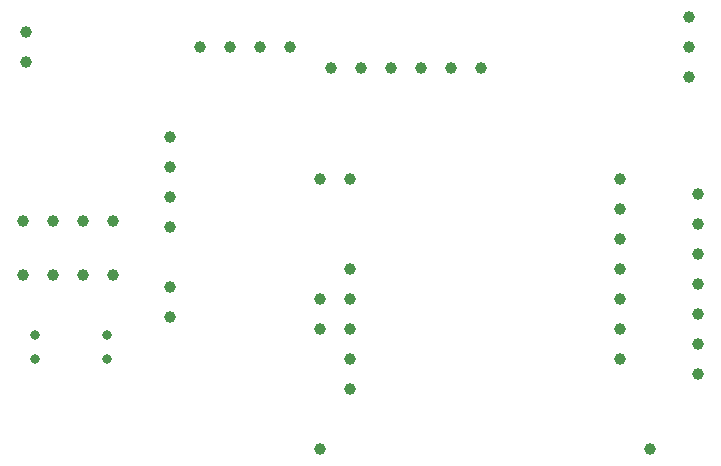
<source format=gbr>
%TF.GenerationSoftware,KiCad,Pcbnew,8.0.4*%
%TF.CreationDate,2025-06-13T09:49:48+02:00*%
%TF.ProjectId,LeoIoT_Goalfinder,4c656f49-6f54-45f4-976f-616c66696e64,01.04 SMD*%
%TF.SameCoordinates,Original*%
%TF.FileFunction,Plated,1,2,PTH,Drill*%
%TF.FilePolarity,Positive*%
%FSLAX46Y46*%
G04 Gerber Fmt 4.6, Leading zero omitted, Abs format (unit mm)*
G04 Created by KiCad (PCBNEW 8.0.4) date 2025-06-13 09:49:48*
%MOMM*%
%LPD*%
G01*
G04 APERTURE LIST*
%TA.AperFunction,ComponentDrill*%
%ADD10C,0.800000*%
%TD*%
%TA.AperFunction,ComponentDrill*%
%ADD11C,1.000000*%
%TD*%
G04 APERTURE END LIST*
D10*
%TO.C,C2*%
X118747500Y-94391000D03*
X118747500Y-96391000D03*
%TO.C,C1*%
X124843500Y-94391000D03*
X124843500Y-96391000D03*
D11*
%TO.C,J2*%
X117731500Y-84760500D03*
%TO.C,J1*%
X117731500Y-89332500D03*
%TO.C,J4*%
X117985500Y-68777000D03*
X117985500Y-71277000D03*
%TO.C,J2*%
X120271500Y-84760500D03*
%TO.C,J1*%
X120271500Y-89332500D03*
%TO.C,J2*%
X122811500Y-84760500D03*
%TO.C,J1*%
X122811500Y-89332500D03*
%TO.C,J2*%
X125351500Y-84760500D03*
%TO.C,J1*%
X125351500Y-89332500D03*
%TO.C,U5*%
X130177500Y-77627000D03*
X130177500Y-80167000D03*
X130177500Y-82707000D03*
X130177500Y-85247000D03*
X130177500Y-90327000D03*
X130177500Y-92867000D03*
%TO.C,J6*%
X132717500Y-70007000D03*
X135257500Y-70007000D03*
X137797500Y-70007000D03*
X140337500Y-70007000D03*
%TO.C,U1*%
X142877500Y-81183000D03*
X142877500Y-91343000D03*
X142877500Y-93883000D03*
X142877500Y-104043000D03*
%TO.C,U2*%
X143789500Y-71785000D03*
%TO.C,U1*%
X145417500Y-81183000D03*
X145417500Y-88803000D03*
X145417500Y-91343000D03*
X145417500Y-93883000D03*
X145417500Y-96423000D03*
X145417500Y-98963000D03*
%TO.C,U2*%
X146329500Y-71785000D03*
X148869500Y-71785000D03*
X151409500Y-71785000D03*
X153949500Y-71785000D03*
X156489500Y-71785000D03*
%TO.C,U1*%
X168277500Y-81183000D03*
X168277500Y-83723000D03*
X168277500Y-86263000D03*
X168277500Y-88803000D03*
X168277500Y-91343000D03*
X168277500Y-93883000D03*
X168277500Y-96423000D03*
X170817500Y-104043000D03*
%TO.C,J5*%
X174119500Y-67467000D03*
X174119500Y-70007000D03*
X174119500Y-72547000D03*
%TO.C,U3*%
X174881500Y-82453000D03*
X174881500Y-84993000D03*
X174881500Y-87533000D03*
X174881500Y-90073000D03*
X174881500Y-92613000D03*
X174881500Y-95153000D03*
X174881500Y-97693000D03*
M02*

</source>
